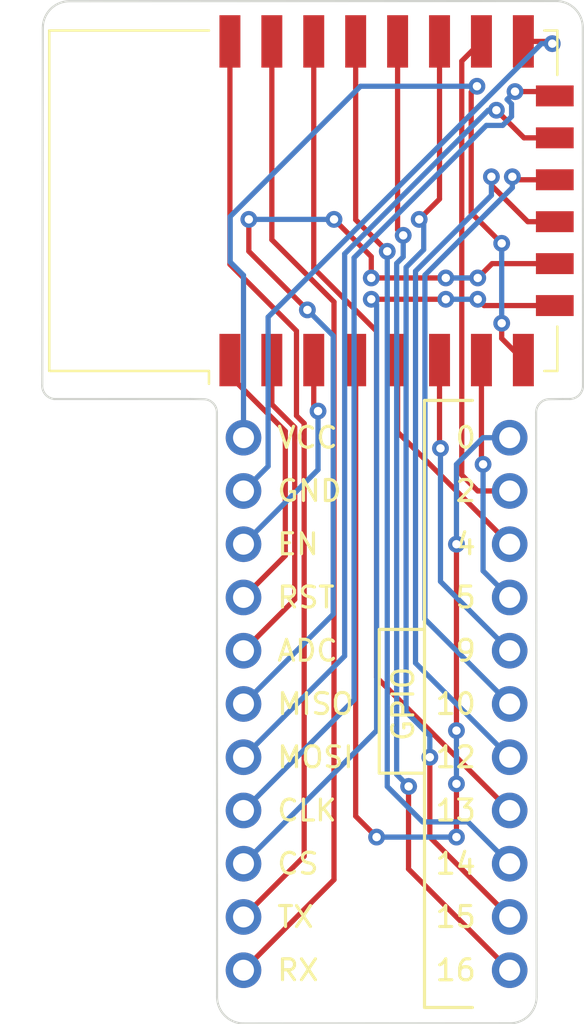
<source format=kicad_pcb>
(kicad_pcb (version 20211014) (generator pcbnew)
  (layers (0 "F.Cu" signal) (31 "B.Cu" signal) (34 "B.Paste" user) (35 "F.Paste" user) (36 "B.SilkS" user "B.Silkscreen") (37 "F.SilkS" user "F.Silkscreen") (38 "B.Mask" user) (39 "F.Mask" user) (44 "Edge.Cuts" user))
  (net 0 "")
  (net 1 "rx")
  (net 2 "tx")
  (net 3 "cs")
  (net 4 "gnd")
  (net 5 "en")
  (net 6 "rst")
  (net 7 "adc")
  (net 8 "miso")
  (net 9 "mosi")
  (net 10 "sclk")
  (net 11 "gpio2")
  (net 12 "gpio0")
  (net 13 "gpio4")
  (net 14 "gpio5")
  (net 15 "gpio9")
  (net 16 "gpio10")
  (net 17 "gpio16")
  (net 18 "gpio12")
  (net 19 "gpio13")
  (net 20 "gpio14")
  (net 21 "gpio15")
  (net 22 "vcc")
  (footprint "RF_Module:ESP-12E" (layer "F.Cu") (at 124.772 54.737 90)
    (fp_text reference "U1" hide)
    (fp_text value "ESP-12F")
    (fp_line (start 8.12 -12.12) (end 8.12 -4.5) (layer "F.SilkS") (width 0.12))
    (fp_line (start 8.12 11.5) (end 8.12 12.12) (layer "F.SilkS") (width 0.12))
    (fp_line (start -8.12 12.12) (end -8.12 11.5) (layer "F.SilkS") (width 0.12))
    (fp_line (start -8.12 -4.5) (end -8.12 -12.12) (layer "F.SilkS") (width 0.12))
    (fp_line (start -8.12 -12.12) (end 8.12 -12.12) (layer "F.SilkS") (width 0.12))
    (fp_line (start -6 12.12) (end -8.12 12.12) (layer "F.SilkS") (width 0.12))
    (fp_line (start -8.12 -4.5) (end -8.73 -4.5) (layer "F.SilkS") (width 0.12))
    (fp_line (start 8.12 12.12) (end 6 12.12) (layer "F.SilkS") (width 0.12))
    (pad "1" smd rect (at -7.6 -3.5 90) (size 2.5 1) (layers "F.Cu" "F.Paste" "F.Mask") (net 6 "rst"))
    (pad "2" smd rect (at -7.6 -1.5 90) (size 2.5 1) (layers "F.Cu" "F.Paste" "F.Mask") (net 7 "adc"))
    (pad "3" smd rect (at -7.6 0.5 90) (size 2.5 1) (layers "F.Cu" "F.Paste" "F.Mask") (net 5 "en"))
    (pad "4" smd rect (at -7.6 2.5 90) (size 2.5 1) (layers "F.Cu" "F.Paste" "F.Mask") (net 12 "gpio0"))
    (pad "5" smd rect (at -7.6 4.5 90) (size 2.5 1) (layers "F.Cu" "F.Paste" "F.Mask") (net 13 "gpio4"))
    (pad "6" smd rect (at -7.6 6.5 90) (size 2.5 1) (layers "F.Cu" "F.Paste" "F.Mask") (net 15 "gpio9"))
    (pad "7" smd rect (at -7.6 8.5 90) (size 2.5 1) (layers "F.Cu" "F.Paste" "F.Mask") (net 14 "gpio5"))
    (pad "8" smd rect (at -7.6 10.5 90) (size 2.5 1) (layers "F.Cu" "F.Paste" "F.Mask") (net 22 "vcc"))
    (pad "9" smd rect (at -5 12 90) (size 1 1.8) (layers "F.Cu" "F.Paste" "F.Mask") (net 3 "cs"))
    (pad "10" smd rect (at -3 12 90) (size 1 1.8) (layers "F.Cu" "F.Paste" "F.Mask") (net 8 "miso"))
    (pad "11" smd rect (at -1 12 90) (size 1 1.8) (layers "F.Cu" "F.Paste" "F.Mask") (net 18 "gpio12"))
    (pad "12" smd rect (at 1 12 90) (size 1 1.8) (layers "F.Cu" "F.Paste" "F.Mask") (net 16 "gpio10"))
    (pad "13" smd rect (at 3 12 90) (size 1 1.8) (layers "F.Cu" "F.Paste" "F.Mask") (net 9 "mosi"))
    (pad "14" smd rect (at 5 12 90) (size 1 1.8) (layers "F.Cu" "F.Paste" "F.Mask") (net 10 "sclk"))
    (pad "15" smd rect (at 7.6 10.5 90) (size 2.5 1) (layers "F.Cu" "F.Paste" "F.Mask") (net 4 "gnd"))
    (pad "16" smd rect (at 7.6 8.5 90) (size 2.5 1) (layers "F.Cu" "F.Paste" "F.Mask") (net 11 "gpio2"))
    (pad "17" smd rect (at 7.6 6.5 90) (size 2.5 1) (layers "F.Cu" "F.Paste" "F.Mask") (net 21 "gpio15"))
    (pad "18" smd rect (at 7.6 4.5 90) (size 2.5 1) (layers "F.Cu" "F.Paste" "F.Mask") (net 17 "gpio16"))
    (pad "19" smd rect (at 7.6 2.5 90) (size 2.5 1) (layers "F.Cu" "F.Paste" "F.Mask") (net 20 "gpio14"))
    (pad "20" smd rect (at 7.6 0.5 90) (size 2.5 1) (layers "F.Cu" "F.Paste" "F.Mask") (net 19 "gpio13"))
    (pad "21" smd rect (at 7.6 -1.5 90) (size 2.5 1) (layers "F.Cu" "F.Paste" "F.Mask") (net 1 "rx"))
    (pad "22" smd rect (at 7.6 -3.5 90) (size 2.5 1) (layers "F.Cu" "F.Paste" "F.Mask") (net 2 "tx"))
  )
  (footprint "Connector_PinHeader_2.54mm:PinHeader_1x11_P2.54mm_Vertical" (layer "B.Cu") (at 121.92 66.04 180)
    (fp_text reference "J1" hide)
    (fp_text value "Conn_01x11_Male" hide)
    (pad "1" thru_hole circle (at 0 0 180) (size 1.7 1.7) (drill 1) (layers *.Cu *.Mask) (net 22 "vcc"))
    (pad "2" thru_hole oval (at 0 -2.54 180) (size 1.7 1.7) (drill 1) (layers *.Cu *.Mask) (net 4 "gnd"))
    (pad "3" thru_hole oval (at 0 -5.08 180) (size 1.7 1.7) (drill 1) (layers *.Cu *.Mask) (net 5 "en"))
    (pad "4" thru_hole oval (at 0 -7.62 180) (size 1.7 1.7) (drill 1) (layers *.Cu *.Mask) (net 6 "rst"))
    (pad "5" thru_hole oval (at 0 -10.16 180) (size 1.7 1.7) (drill 1) (layers *.Cu *.Mask) (net 7 "adc"))
    (pad "6" thru_hole oval (at 0 -12.7 180) (size 1.7 1.7) (drill 1) (layers *.Cu *.Mask) (net 8 "miso"))
    (pad "7" thru_hole oval (at 0 -15.24 180) (size 1.7 1.7) (drill 1) (layers *.Cu *.Mask) (net 9 "mosi"))
    (pad "8" thru_hole oval (at 0 -17.78 180) (size 1.7 1.7) (drill 1) (layers *.Cu *.Mask) (net 10 "sclk"))
    (pad "9" thru_hole oval (at 0 -20.32 180) (size 1.7 1.7) (drill 1) (layers *.Cu *.Mask) (net 3 "cs"))
    (pad "10" thru_hole oval (at 0 -22.86 180) (size 1.7 1.7) (drill 1) (layers *.Cu *.Mask) (net 2 "tx"))
    (pad "11" thru_hole oval (at 0 -25.4 180) (size 1.7 1.7) (drill 1) (layers *.Cu *.Mask) (net 1 "rx"))
  )
  (footprint "Connector_PinHeader_2.54mm:PinHeader_1x11_P2.54mm_Vertical" (layer "B.Cu") (at 134.62 91.44)
    (fp_text reference "J2" hide)
    (fp_text value "Conn_01x11_Male" hide)
    (pad "1" thru_hole oval (at 0 0) (size 1.7 1.7) (drill 1) (layers *.Cu *.Mask) (net 17 "gpio16"))
    (pad "2" thru_hole oval (at 0 -2.54) (size 1.7 1.7) (drill 1) (layers *.Cu *.Mask) (net 21 "gpio15"))
    (pad "3" thru_hole oval (at 0 -5.08) (size 1.7 1.7) (drill 1) (layers *.Cu *.Mask) (net 20 "gpio14"))
    (pad "4" thru_hole oval (at 0 -7.62) (size 1.7 1.7) (drill 1) (layers *.Cu *.Mask) (net 19 "gpio13"))
    (pad "5" thru_hole oval (at 0 -10.16) (size 1.7 1.7) (drill 1) (layers *.Cu *.Mask) (net 18 "gpio12"))
    (pad "6" thru_hole oval (at 0 -12.7) (size 1.7 1.7) (drill 1) (layers *.Cu *.Mask) (net 16 "gpio10"))
    (pad "7" thru_hole oval (at 0 -15.24) (size 1.7 1.7) (drill 1) (layers *.Cu *.Mask) (net 15 "gpio9"))
    (pad "8" thru_hole oval (at 0 -17.78) (size 1.7 1.7) (drill 1) (layers *.Cu *.Mask) (net 14 "gpio5"))
    (pad "9" thru_hole oval (at 0 -20.32) (size 1.7 1.7) (drill 1) (layers *.Cu *.Mask) (net 13 "gpio4"))
    (pad "10" thru_hole oval (at 0 -22.86) (size 1.7 1.7) (drill 1) (layers *.Cu *.Mask) (net 11 "gpio2"))
    (pad "11" thru_hole oval (at 0 -25.4) (size 1.7 1.7) (drill 1) (layers *.Cu *.Mask) (net 12 "gpio0"))
  )
  (gr_line (start 128.397 82.042) (end 130.556 82.042) (layer "F.SilkS") (width 0.15))
  (gr_line (start 130.556 75.184) (end 128.397 75.184) (layer "F.SilkS") (width 0.15))
  (gr_line (start 130.556 93.218) (end 132.842 93.218) (layer "F.SilkS") (width 0.15))
  (gr_line (start 128.397 75.184) (end 128.397 82.042) (layer "F.SilkS") (width 0.15))
  (gr_line (start 132.842 64.262) (end 130.556 64.262) (layer "F.SilkS") (width 0.15))
  (gr_line (start 130.556 64.262) (end 130.556 93.218) (layer "F.SilkS") (width 0.15))
  (gr_line (start 137.150974 64.193987) (end 137.482013 64.193987) (layer "Edge.Cuts") (width 0.1))
  (gr_line (start 135.881813 64.838013) (end 135.906374 92.700974) (layer "Edge.Cuts") (width 0.1))
  (gr_arc (start 120.014161 64.203013) (mid 120.463174 64.389) (end 120.649161 64.838013) (layer "Edge.Cuts") (width 0.1))
  (gr_arc (start 138.117013 63.558987) (mid 137.931026 64.008) (end 137.482013 64.193987) (layer "Edge.Cuts") (width 0.1))
  (gr_line (start 136.837987 45.212) (end 113.615039 45.221026) (layer "Edge.Cuts") (width 0.1))
  (gr_line (start 136.516813 64.203013) (end 137.150974 64.193987) (layer "Edge.Cuts") (width 0.1))
  (gr_line (start 112.885201 64.195125) (end 119.38 64.193987) (layer "Edge.Cuts") (width 0.1))
  (gr_arc (start 136.837987 45.212) (mid 137.736013 45.583974) (end 138.107987 46.482) (layer "Edge.Cuts") (width 0.1))
  (gr_line (start 120.649161 64.838013) (end 120.659026 92.71) (layer "Edge.Cuts") (width 0.1))
  (gr_line (start 119.38 64.193987) (end 120.014161 64.203013) (layer "Edge.Cuts") (width 0.1))
  (gr_arc (start 112.885201 64.195125) (mid 112.456019 63.96) (end 112.3188 63.490264) (layer "Edge.Cuts") (width 0.1))
  (gr_arc (start 121.929026 93.98) (mid 121.031 93.608026) (end 120.659026 92.71) (layer "Edge.Cuts") (width 0.1))
  (gr_line (start 138.117013 63.558987) (end 138.107987 46.482) (layer "Edge.Cuts") (width 0.1))
  (gr_arc (start 112.345039 46.491026) (mid 112.717013 45.593) (end 113.615039 45.221026) (layer "Edge.Cuts") (width 0.1))
  (gr_arc (start 135.881813 64.838013) (mid 136.0678 64.389) (end 136.516813 64.203013) (layer "Edge.Cuts") (width 0.1))
  (gr_line (start 121.929026 93.98) (end 134.636374 93.970974) (layer "Edge.Cuts") (width 0.1))
  (gr_line (start 112.3188 63.490264) (end 112.345039 46.491026) (layer "Edge.Cuts") (width 0.1))
  (gr_arc (start 135.906374 92.700974) (mid 135.5344 93.599) (end 134.636374 93.970974) (layer "Edge.Cuts") (width 0.1))
  (gr_text "4" (at 133.096 71.12) (layer "F.SilkS") (effects (font (size 1 1)) (justify right)))
  (gr_text "12" (at 133.096 81.28) (layer "F.SilkS") (effects (font (size 1 1)) (justify right)))
  (gr_text "GPIO" (at 129.54 78.74 90) (layer "F.SilkS") (effects (font (size 1 1))))
  (gr_text "RX" (at 123.444 91.44) (layer "F.SilkS") (effects (font (size 1 1)) (justify left)))
  (gr_text "9" (at 133.096 76.2) (layer "F.SilkS") (effects (font (size 1 1)) (justify right)))
  (gr_text "0" (at 133.096 66.04) (layer "F.SilkS") (effects (font (size 1 1)) (justify right)))
  (gr_text "RST" (at 123.444 73.66) (layer "F.SilkS") (effects (font (size 1 1)) (justify left)))
  (gr_text "MISO" (at 123.444 78.74) (layer "F.SilkS") (effects (font (size 1 1)) (justify left)))
  (gr_text "13" (at 133.096 83.82) (layer "F.SilkS") (effects (font (size 1 1)) (justify right)))
  (gr_text "5" (at 133.096 73.66) (layer "F.SilkS") (effects (font (size 1 1)) (justify right)))
  (gr_text "2" (at 133.096 68.58) (layer "F.SilkS") (effects (font (size 1 1)) (justify right)))
  (gr_text "CS" (at 123.444 86.36) (layer "F.SilkS") (effects (font (size 1 1)) (justify left)))
  (gr_text "15" (at 133.096 88.9) (layer "F.SilkS") (effects (font (size 1 1)) (justify right)))
  (gr_text "MOSI" (at 123.444 81.28) (layer "F.SilkS") (effects (font (size 1 1)) (justify left)))
  (gr_text "TX" (at 123.444 88.9) (layer "F.SilkS") (effects (font (size 1 1)) (justify left)))
  (gr_text "VCC" (at 123.444 66.04) (layer "F.SilkS") (effects (font (size 1 1)) (justify left)))
  (gr_text "ADC" (at 123.444 76.2) (layer "F.SilkS") (effects (font (size 1 1)) (justify left)))
  (gr_text "GND" (at 123.444 68.58) (layer "F.SilkS") (effects (font (size 1 1)) (justify left)))
  (gr_text "CLK" (at 123.444 83.82) (layer "F.SilkS") (effects (font (size 1 1)) (justify left)))
  (gr_text "EN" (at 123.444 71.12) (layer "F.SilkS") (effects (font (size 1 1)) (justify left)))
  (gr_text "14" (at 133.096 86.36) (layer "F.SilkS") (effects (font (size 1 1)) (justify right)))
  (gr_text "10" (at 133.096 78.74) (layer "F.SilkS") (effects (font (size 1 1)) (justify right)))
  (gr_text "16" (at 133.096 91.44) (layer "F.SilkS") (effects (font (size 1 1)) (justify right)))
  (segment (start 126.238 87.122) (end 121.92 91.44) (width 0.25) (layer "F.Cu") (net 1))
  (segment (start 123.272 56.597718) (end 126.238 59.563718) (width 0.25) (layer "F.Cu") (net 1))
  (segment (start 126.238 59.563718) (end 126.238 87.122) (width 0.25) (layer "F.Cu") (net 1))
  (segment (start 123.272 47.137) (end 123.272 56.597718) (width 0.25) (layer "F.Cu") (net 1))
  (segment (start 121.272 47.137) (end 121.272 57.772) (width 0.25) (layer "F.Cu") (net 2))
  (segment (start 124.813551 65.357116) (end 124.813551 86.006449) (width 0.25) (layer "F.Cu") (net 2))
  (segment (start 121.272 57.772) (end 124.447489 60.947489) (width 0.25) (layer "F.Cu") (net 2))
  (segment (start 124.447489 60.947489) (end 124.447489 64.991053) (width 0.25) (layer "F.Cu") (net 2))
  (segment (start 124.813551 86.006449) (end 121.92 88.9) (width 0.25) (layer "F.Cu") (net 2))
  (segment (start 124.447489 64.991053) (end 124.813551 65.357116) (width 0.25) (layer "F.Cu") (net 2))
  (segment (start 131.572 59.436) (end 128.016 59.436) (width 0.25) (layer "F.Cu") (net 3))
  (segment (start 133.096 59.436) (end 133.397 59.737) (width 0.25) (layer "F.Cu") (net 3))
  (segment (start 136.725 59.69) (end 136.772 59.737) (width 0.25) (layer "F.Cu") (net 3))
  (segment (start 133.397 59.737) (end 136.772 59.737) (width 0.25) (layer "F.Cu") (net 3))
  (via (at 131.572 59.436) (size 0.8) (drill 0.4) (layers "F.Cu" "B.Cu") (net 3))
  (via (at 128.016 59.436) (size 0.8) (drill 0.4) (layers "F.Cu" "B.Cu") (net 3))
  (via (at 133.096 59.436) (size 0.8) (drill 0.4) (layers "F.Cu" "B.Cu") (net 3))
  (segment (start 128.27 59.69) (end 128.27 80.01) (width 0.25) (layer "B.Cu") (net 3))
  (segment (start 131.572 59.436) (end 133.096 59.436) (width 0.25) (layer "B.Cu") (net 3))
  (segment (start 128.016 59.436) (end 128.27 59.69) (width 0.25) (layer "B.Cu") (net 3))
  (segment (start 128.27 80.01) (end 121.92 86.36) (width 0.25) (layer "B.Cu") (net 3))
  (segment (start 135.272 47.137) (end 136.545 47.137) (width 0.25) (layer "F.Cu") (net 4))
  (segment (start 136.545 47.137) (end 136.652 47.244) (width 0.25) (layer "F.Cu") (net 4))
  (via (at 136.652 47.244) (size 0.8) (drill 0.4) (layers "F.Cu" "B.Cu") (net 4))
  (segment (start 123.094511 60.284875) (end 123.094511 67.405489) (width 0.25) (layer "B.Cu") (net 4))
  (segment (start 136.135386 47.244) (end 123.094511 60.284875) (width 0.25) (layer "B.Cu") (net 4))
  (segment (start 123.094511 67.405489) (end 121.92 68.58) (width 0.25) (layer "B.Cu") (net 4))
  (segment (start 136.652 47.244) (end 136.135386 47.244) (width 0.25) (layer "B.Cu") (net 4))
  (segment (start 125.272 64.566) (end 125.476 64.77) (width 0.25) (layer "F.Cu") (net 5))
  (segment (start 125.272 62.337) (end 125.272 64.566) (width 0.25) (layer "F.Cu") (net 5))
  (via (at 125.476 64.77) (size 0.8) (drill 0.4) (layers "F.Cu" "B.Cu") (net 5))
  (segment (start 125.476 64.77) (end 125.476 67.564) (width 0.25) (layer "B.Cu") (net 5))
  (segment (start 125.476 67.564) (end 121.92 71.12) (width 0.25) (layer "B.Cu") (net 5))
  (segment (start 121.272 62.337) (end 121.272 63.087) (width 0.25) (layer "F.Cu") (net 6))
  (segment (start 123.914511 71.665489) (end 121.92 73.66) (width 0.25) (layer "F.Cu") (net 6))
  (segment (start 123.914511 65.729511) (end 123.914511 71.665489) (width 0.25) (layer "F.Cu") (net 6))
  (segment (start 121.272 63.087) (end 123.914511 65.729511) (width 0.25) (layer "F.Cu") (net 6))
  (segment (start 123.272 64.451282) (end 124.364031 65.543313) (width 0.25) (layer "F.Cu") (net 7))
  (segment (start 123.272 62.337) (end 123.272 64.451282) (width 0.25) (layer "F.Cu") (net 7))
  (segment (start 124.364031 65.543313) (end 124.364031 73.755969) (width 0.25) (layer "F.Cu") (net 7))
  (segment (start 124.364031 73.755969) (end 121.92 76.2) (width 0.25) (layer "F.Cu") (net 7))
  (segment (start 126.238 55.626) (end 128.016 57.404) (width 0.25) (layer "F.Cu") (net 8))
  (segment (start 133.096 58.42) (end 133.779 57.737) (width 0.25) (layer "F.Cu") (net 8))
  (segment (start 131.572 58.42) (end 128.016 58.42) (width 0.25) (layer "F.Cu") (net 8))
  (segment (start 122.174 55.626) (end 122.174 57.15) (width 0.25) (layer "F.Cu") (net 8))
  (segment (start 122.174 57.15) (end 124.968 59.944) (width 0.25) (layer "F.Cu") (net 8))
  (segment (start 133.779 57.737) (end 136.772 57.737) (width 0.25) (layer "F.Cu") (net 8))
  (segment (start 128.016 57.404) (end 128.016 58.42) (width 0.25) (layer "F.Cu") (net 8))
  (via (at 124.968 59.944) (size 0.8) (drill 0.4) (layers "F.Cu" "B.Cu") (net 8))
  (via (at 131.572 58.42) (size 0.8) (drill 0.4) (layers "F.Cu" "B.Cu") (net 8))
  (via (at 122.174 55.626) (size 0.8) (drill 0.4) (layers "F.Cu" "B.Cu") (net 8))
  (via (at 128.016 58.42) (size 0.8) (drill 0.4) (layers "F.Cu" "B.Cu") (net 8))
  (via (at 126.238 55.626) (size 0.8) (drill 0.4) (layers "F.Cu" "B.Cu") (net 8))
  (via (at 133.096 58.42) (size 0.8) (drill 0.4) (layers "F.Cu" "B.Cu") (net 8))
  (segment (start 126.238 55.626) (end 122.174 55.626) (width 0.25) (layer "B.Cu") (net 8))
  (segment (start 133.096 58.42) (end 131.572 58.42) (width 0.25) (layer "B.Cu") (net 8))
  (segment (start 124.968 59.944) (end 126.200511 61.176511) (width 0.25) (layer "B.Cu") (net 8))
  (segment (start 126.200511 61.176511) (end 126.200511 74.459489) (width 0.25) (layer "B.Cu") (net 8))
  (segment (start 126.200511 74.459489) (end 121.92 78.74) (width 0.25) (layer "B.Cu") (net 8))
  (segment (start 135.303 51.737) (end 136.772 51.737) (width 0.25) (layer "F.Cu") (net 9))
  (segment (start 133.984992 50.418992) (end 135.303 51.737) (width 0.25) (layer "F.Cu") (net 9))
  (via (at 133.984992 50.418992) (size 0.8) (drill 0.4) (layers "F.Cu" "B.Cu") (net 9))
  (segment (start 133.596112 50.418992) (end 126.746 57.269104) (width 0.25) (layer "B.Cu") (net 9))
  (segment (start 133.984992 50.418992) (end 133.596112 50.418992) (width 0.25) (layer "B.Cu") (net 9))
  (segment (start 126.746 57.269104) (end 126.746 76.454) (width 0.25) (layer "B.Cu") (net 9))
  (segment (start 126.746 76.454) (end 121.92 81.28) (width 0.25) (layer "B.Cu") (net 9))
  (segment (start 136.565 49.53) (end 136.772 49.737) (width 0.25) (layer "F.Cu") (net 10))
  (segment (start 134.874 49.53) (end 136.565 49.53) (width 0.25) (layer "F.Cu") (net 10))
  (via (at 134.874 49.53) (size 0.8) (drill 0.4) (layers "F.Cu" "B.Cu") (net 10))
  (segment (start 134.709503 50.118889) (end 134.709503 50.719095) (width 0.25) (layer "B.Cu") (net 10))
  (segment (start 127.19552 57.455302) (end 127.19552 78.54448) (width 0.25) (layer "B.Cu") (net 10))
  (segment (start 133.507319 51.143503) (end 127.19552 57.455302) (width 0.25) (layer "B.Cu") (net 10))
  (segment (start 134.497307 49.906693) (end 134.709503 50.118889) (width 0.25) (layer "B.Cu") (net 10))
  (segment (start 134.285095 51.143503) (end 133.507319 51.143503) (width 0.25) (layer "B.Cu") (net 10))
  (segment (start 127.19552 78.54448) (end 121.92 83.82) (width 0.25) (layer "B.Cu") (net 10))
  (segment (start 134.874 49.53) (end 134.497307 49.906693) (width 0.25) (layer "B.Cu") (net 10))
  (segment (start 134.709503 50.719095) (end 134.285095 51.143503) (width 0.25) (layer "B.Cu") (net 10))
  (segment (start 133.096 68.58) (end 134.62 68.58) (width 0.25) (layer "F.Cu") (net 11))
  (segment (start 132.334 48.075) (end 132.334 67.818) (width 0.25) (layer "F.Cu") (net 11))
  (segment (start 132.334 67.818) (end 133.096 68.58) (width 0.25) (layer "F.Cu") (net 11))
  (segment (start 133.272 47.137) (end 132.334 48.075) (width 0.25) (layer "F.Cu") (net 11))
  (segment (start 132.08 82.55) (end 132.08 85.09) (width 0.25) (layer "F.Cu") (net 12))
  (segment (start 127.272 84.092) (end 128.27 85.09) (width 0.25) (layer "F.Cu") (net 12))
  (segment (start 127.272 62.337) (end 127.272 84.092) (width 0.25) (layer "F.Cu") (net 12))
  (segment (start 132.08 71.12) (end 132.08 80.01) (width 0.25) (layer "F.Cu") (net 12))
  (via (at 132.08 80.01) (size 0.8) (drill 0.4) (layers "F.Cu" "B.Cu") (net 12))
  (via (at 132.08 82.55) (size 0.8) (drill 0.4) (layers "F.Cu" "B.Cu") (net 12))
  (via (at 132.08 85.09) (size 0.8) (drill 0.4) (layers "F.Cu" "B.Cu") (net 12))
  (via (at 128.27 85.09) (size 0.8) (drill 0.4) (layers "F.Cu" "B.Cu") (net 12))
  (via (at 132.08 71.12) (size 0.8) (drill 0.4) (layers "F.Cu" "B.Cu") (net 12))
  (segment (start 132.08 67.31) (end 133.35 66.04) (width 0.25) (layer "B.Cu") (net 12))
  (segment (start 132.08 71.12) (end 132.08 67.31) (width 0.25) (layer "B.Cu") (net 12))
  (segment (start 128.27 85.09) (end 132.08 85.09) (width 0.25) (layer "B.Cu") (net 12))
  (segment (start 132.08 82.55) (end 132.08 80.01) (width 0.25) (layer "B.Cu") (net 12))
  (segment (start 133.35 66.04) (end 134.62 66.04) (width 0.25) (layer "B.Cu") (net 12))
  (segment (start 129.272 65.772) (end 134.62 71.12) (width 0.25) (layer "F.Cu") (net 13))
  (segment (start 129.272 62.337) (end 129.272 65.772) (width 0.25) (layer "F.Cu") (net 13))
  (segment (start 133.35 67.31) (end 133.272 67.232) (width 0.25) (layer "F.Cu") (net 14))
  (segment (start 133.272 67.232) (end 133.272 62.337) (width 0.25) (layer "F.Cu") (net 14))
  (via (at 133.35 67.31) (size 0.8) (drill 0.4) (layers "F.Cu" "B.Cu") (net 14))
  (segment (start 133.35 72.39) (end 134.62 73.66) (width 0.25) (layer "B.Cu") (net 14))
  (segment (start 133.35 67.31) (end 133.35 72.39) (width 0.25) (layer "B.Cu") (net 14))
  (segment (start 131.318 66.548) (end 131.272 66.502) (width 0.25) (layer "F.Cu") (net 15))
  (segment (start 131.272 66.502) (end 131.272 62.337) (width 0.25) (layer "F.Cu") (net 15))
  (via (at 131.318 66.548) (size 0.8) (drill 0.4) (layers "F.Cu" "B.Cu") (net 15))
  (segment (start 131.318 72.898) (end 134.62 76.2) (width 0.25) (layer "B.Cu") (net 15))
  (segment (start 131.318 66.548) (end 131.318 72.898) (width 0.25) (layer "B.Cu") (net 15))
  (segment (start 134.747 53.594) (end 134.89 53.737) (width 0.25) (layer "F.Cu") (net 16))
  (segment (start 134.89 53.737) (end 136.772 53.737) (width 0.25) (layer "F.Cu") (net 16))
  (via (at 134.747 53.594) (size 0.8) (drill 0.4) (layers "F.Cu" "B.Cu") (net 16))
  (segment (start 134.747 53.594) (end 134.747 54.112767) (width 0.25) (layer "B.Cu") (net 16))
  (segment (start 130.57608 58.283687) (end 130.57608 74.69608) (width 0.25) (layer "B.Cu") (net 16))
  (segment (start 134.747 54.112767) (end 130.57608 58.283687) (width 0.25) (layer "B.Cu") (net 16))
  (segment (start 130.57608 74.69608) (end 134.62 78.74) (width 0.25) (layer "B.Cu") (net 16))
  (segment (start 129.794 82.677) (end 129.794 86.614) (width 0.25) (layer "F.Cu") (net 17))
  (segment (start 129.54 56.388) (end 129.272 56.12) (width 0.25) (layer "F.Cu") (net 17))
  (segment (start 129.272 56.12) (end 129.272 47.137) (width 0.25) (layer "F.Cu") (net 17))
  (segment (start 129.794 86.614) (end 134.62 91.44) (width 0.25) (layer "F.Cu") (net 17))
  (segment (start 129.798299 82.672701) (end 129.794 82.677) (width 0.25) (layer "F.Cu") (net 17))
  (via (at 129.54 56.388) (size 0.8) (drill 0.4) (layers "F.Cu" "B.Cu") (net 17))
  (via (at 129.798299 82.672701) (size 0.8) (drill 0.4) (layers "F.Cu" "B.Cu") (net 17))
  (segment (start 129.798299 82.672701) (end 129.22752 82.101922) (width 0.25) (layer "B.Cu") (net 17))
  (segment (start 129.22752 82.101922) (end 129.22752 57.725094) (width 0.25) (layer "B.Cu") (net 17))
  (segment (start 129.22752 57.725094) (end 129.54 57.412614) (width 0.25) (layer "B.Cu") (net 17))
  (segment (start 129.54 57.412614) (end 129.54 56.388) (width 0.25) (layer "B.Cu") (net 17))
  (segment (start 133.747497 54.000111) (end 135.484386 55.737) (width 0.25) (layer "F.Cu") (net 18))
  (segment (start 133.747497 53.594) (end 133.747497 54.000111) (width 0.25) (layer "F.Cu") (net 18))
  (segment (start 135.484386 55.737) (end 136.772 55.737) (width 0.25) (layer "F.Cu") (net 18))
  (via (at 133.747497 53.594) (size 0.8) (drill 0.4) (layers "F.Cu" "B.Cu") (net 18))
  (segment (start 130.12656 58.097489) (end 130.12656 76.78656) (width 0.25) (layer "B.Cu") (net 18))
  (segment (start 133.747497 53.594) (end 133.747497 54.476552) (width 0.25) (layer "B.Cu") (net 18))
  (segment (start 133.747497 54.476552) (end 130.12656 58.097489) (width 0.25) (layer "B.Cu") (net 18))
  (segment (start 130.12656 76.78656) (end 134.62 81.28) (width 0.25) (layer "B.Cu") (net 18))
  (segment (start 125.272 47.137) (end 125.272 57.962) (width 0.25) (layer "F.Cu") (net 19))
  (segment (start 128.27 77.47) (end 134.62 83.82) (width 0.25) (layer "F.Cu") (net 19))
  (segment (start 128.27 60.96) (end 128.27 77.47) (width 0.25) (layer "F.Cu") (net 19))
  (segment (start 125.272 57.962) (end 128.27 60.96) (width 0.25) (layer "F.Cu") (net 19))
  (segment (start 127.272 55.644) (end 127.272 47.137) (width 0.25) (layer "F.Cu") (net 20))
  (segment (start 128.778 57.15) (end 127.272 55.644) (width 0.25) (layer "F.Cu") (net 20))
  (via (at 128.778 57.15) (size 0.8) (drill 0.4) (layers "F.Cu" "B.Cu") (net 20))
  (segment (start 128.778 57.15) (end 128.778 82.677) (width 0.25) (layer "B.Cu") (net 20))
  (segment (start 130.466489 84.365489) (end 132.625489 84.365489) (width 0.25) (layer "B.Cu") (net 20))
  (segment (start 128.778 82.677) (end 130.466489 84.365489) (width 0.25) (layer "B.Cu") (net 20))
  (segment (start 132.625489 84.365489) (end 134.62 86.36) (width 0.25) (layer "B.Cu") (net 20))
  (segment (start 131.272 54.656) (end 131.272 47.137) (width 0.25) (layer "F.Cu") (net 21))
  (segment (start 130.81 81.28) (end 130.81 85.09) (width 0.25) (layer "F.Cu") (net 21))
  (segment (start 130.81 85.09) (end 134.62 88.9) (width 0.25) (layer "F.Cu") (net 21))
  (segment (start 130.302 55.626) (end 131.272 54.656) (width 0.25) (layer "F.Cu") (net 21))
  (via (at 130.302 55.626) (size 0.8) (drill 0.4) (layers "F.Cu" "B.Cu") (net 21))
  (via (at 130.81 81.28) (size 0.8) (drill 0.4) (layers "F.Cu" "B.Cu") (net 21))
  (segment (start 130.81 80.255386) (end 130.81 81.28) (width 0.25) (layer "B.Cu") (net 21))
  (segment (start 130.302 55.626) (end 130.310614 55.626) (width 0.25) (layer "B.Cu") (net 21))
  (segment (start 130.310614 55.626) (end 130.518511 55.833897) (width 0.25) (layer "B.Cu") (net 21))
  (segment (start 130.518511 57.06982) (end 129.67704 57.911291) (width 0.25) (layer "B.Cu") (net 21))
  (segment (start 129.67704 79.122426) (end 130.81 80.255386) (width 0.25) (layer "B.Cu") (net 21))
  (segment (start 129.67704 57.911291) (end 129.67704 79.122426) (width 0.25) (layer "B.Cu") (net 21))
  (segment (start 130.518511 55.833897) (end 130.518511 57.06982) (width 0.25) (layer "B.Cu") (net 21))
  (segment (start 134.239 60.579) (end 134.239 61.304) (width 0.25) (layer "F.Cu") (net 22))
  (segment (start 135.272 61.358) (end 135.272 62.337) (width 0.25) (layer "F.Cu") (net 22))
  (segment (start 132.78352 55.31352) (end 134.239 56.769) (width 0.25) (layer "F.Cu") (net 22))
  (segment (start 134.239 61.304) (end 135.272 62.337) (width 0.25) (layer "F.Cu") (net 22))
  (segment (start 132.78352 49.55098) (end 132.78352 55.31352) (width 0.25) (layer "F.Cu") (net 22))
  (segment (start 133.0585 49.276) (end 132.78352 49.55098) (width 0.25) (layer "F.Cu") (net 22))
  (segment (start 135.272 61.587) (end 135.272 62.337) (width 0.25) (layer "F.Cu") (net 22))
  (via (at 133.0585 49.276) (size 0.8) (drill 0.4) (layers "F.Cu" "B.Cu") (net 22))
  (via (at 134.239 56.769) (size 0.8) (drill 0.4) (layers "F.Cu" "B.Cu") (net 22))
  (via (at 134.239 60.579) (size 0.8) (drill 0.4) (layers "F.Cu" "B.Cu") (net 22))
  (segment (start 121.285 55.490386) (end 127.499386 49.276) (width 0.25) (layer "B.Cu") (net 22))
  (segment (start 121.92 66.04) (end 121.92 58.293) (width 0.25) (layer "B.Cu") (net 22))
  (segment (start 127.499386 49.276) (end 133.0585 49.276) (width 0.25) (layer "B.Cu") (net 22))
  (segment (start 121.92 58.293) (end 121.285 57.658) (width 0.25) (layer "B.Cu") (net 22))
  (segment (start 121.285 57.658) (end 121.285 55.490386) (width 0.25) (layer "B.Cu") (net 22))
  (segment (start 134.239 56.769) (end 134.239 60.579) (width 0.25) (layer "B.Cu") (net 22))
)
</source>
